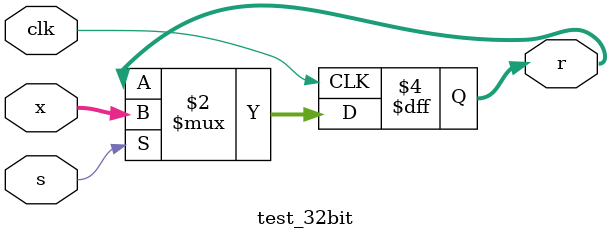
<source format=v>
module test_32bit(input [31:0] x, input s, input clk, output [31:0] r);
	reg [31:0] r;
	always @(posedge clk)
		if(s) r <= x ;
endmodule

</source>
